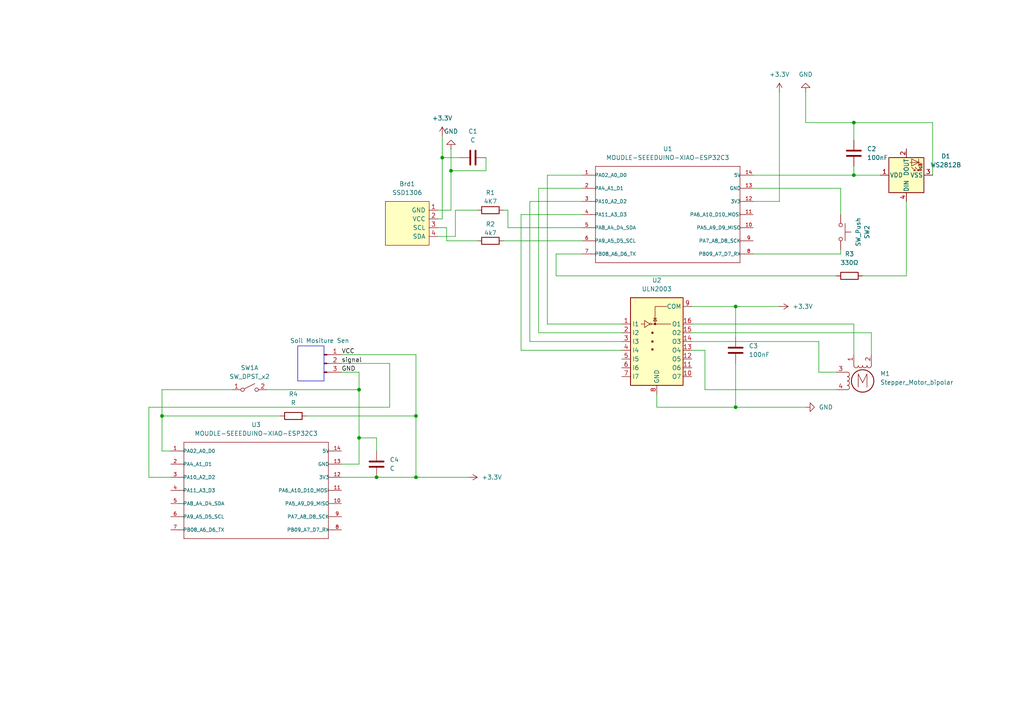
<source format=kicad_sch>
(kicad_sch (version 20231120) (generator "eeschema") (generator_version "8.0")
  (paper "A4")
  (title_block (title "Fiona") (date "02/05/2025") (rev "1"))
  (lib_symbols
    (symbol "Connector:Conn_01x03_Pin" (pin_names (offset 1.016) hide)
      (property "Reference" "J" (at 0 5.08 0))
      (property "Value" "Conn_01x03_Pin" (at 0 -5.08 0))
      (symbol "Conn_01x03_Pin_1_1"
        (polyline (pts (xy 1.27 -2.54) (xy 0.8636 -2.54)) (stroke (width 0.1524)))
        (polyline (pts (xy 1.27 0) (xy 0.8636 0)) (stroke (width 0.1524)))
        (polyline (pts (xy 1.27 2.54) (xy 0.8636 2.54)) (stroke (width 0.1524)))
        (rectangle (start 0.8636 -2.413) (end 0 -2.667) (stroke (width 0.1524)) (fill (type outline)))
        (rectangle (start 0.8636 0.127) (end 0 -0.127) (stroke (width 0.1524)) (fill (type outline)))
        (rectangle (start 0.8636 2.667) (end 0 2.413) (stroke (width 0.1524)) (fill (type outline)))
        (pin passive line (at 5.08 2.54 180) (length 3.81) (name "Pin_1") (number "1"))
        (pin passive line (at 5.08 0 180) (length 3.81) (name "Pin_2") (number "2"))
        (pin passive line (at 5.08 -2.54 180) (length 3.81) (name "Pin_3") (number "3"))
      )
    )
    (symbol "Device:C" (pin_numbers hide) (pin_names (offset 0.254))
      (property "Reference" "C" (at 0.635 2.54 0))
      (property "Value" "C" (at 0.635 -2.54 0))
      (symbol "C_0_1"
        (polyline (pts (xy -2.032 -0.762) (xy 2.032 -0.762)) (stroke (width 0.508)))
        (polyline (pts (xy -2.032 0.762) (xy 2.032 0.762)) (stroke (width 0.508)))
      )
      (symbol "C_1_1"
        (pin passive line (at 0 3.81 270) (length 2.794) (name "~") (number "1"))
        (pin passive line (at 0 -3.81 90) (length 2.794) (name "~") (number "2"))
      )
    )
    (symbol "Device:R" (pin_numbers hide) (pin_names (offset 0))
      (property "Reference" "R" (at 2.032 0 90))
      (property "Value" "R" (at 0 0 90))
      (symbol "R_0_1"
        (rectangle (start -1.016 -2.54) (end 1.016 2.54) (stroke (width 0.254)))
      )
      (symbol "R_1_1"
        (pin passive line (at 0 3.81 270) (length 1.27) (name "~") (number "1"))
        (pin passive line (at 0 -3.81 90) (length 1.27) (name "~") (number "2"))
      )
    )
    (symbol "LED:WS2812B" (pin_names (offset 0.254))
      (property "Reference" "D" (at 5.08 5.715 0))
      (property "Value" "WS2812B" (at 1.27 -5.715 0))
      (symbol "WS2812B_0_0"
        (text "RGB" (at 2.286 -4.191 0) (effects (font (size 0.762 0.762))))
      )
      (symbol "WS2812B_0_1"
        (polyline (pts (xy 1.27 -3.556) (xy 1.778 -3.556)))
        (polyline (pts (xy 1.27 -2.54) (xy 1.778 -2.54)))
        (polyline (pts (xy 4.699 -3.556) (xy 2.667 -3.556)))
        (polyline (pts (xy 2.286 -2.54) (xy 1.27 -3.556) (xy 1.27 -3.048)))
        (polyline (pts (xy 2.286 -1.524) (xy 1.27 -2.54) (xy 1.27 -2.032)))
        (polyline (pts (xy 3.683 -1.016) (xy 3.683 -3.556) (xy 3.683 -4.064)))
        (polyline (pts (xy 4.699 -1.524) (xy 2.667 -1.524) (xy 3.683 -3.556) (xy 4.699 -1.524)))
        (rectangle (start 5.08 5.08) (end -5.08 -5.08) (stroke (width 0.254)) (fill (type background)))
      )
      (symbol "WS2812B_1_1"
        (pin power_in line (at 0 7.62 270) (length 2.54) (name "VDD") (number "1"))
        (pin output line (at 7.62 0 180) (length 2.54) (name "DOUT") (number "2"))
        (pin power_in line (at 0 -7.62 90) (length 2.54) (name "VSS") (number "3"))
        (pin input line (at -7.62 0 0) (length 2.54) (name "DIN") (number "4"))
      )
    )
    (symbol "Motor:Stepper_Motor_bipolar" (pin_names (offset 0) hide)
      (property "Reference" "M" (at 3.81 2.54 0))
      (property "Value" "Stepper_Motor_bipolar" (at 3.81 1.27 0))
      (symbol "Stepper_Motor_bipolar_0_0"
        (polyline (pts (xy -1.27 -1.778) (xy -1.27 2.032) (xy 0 -0.508) (xy 1.27 2.032) (xy 1.27 -1.778)))
      )
      (symbol "Stepper_Motor_bipolar_0_1"
        (arc (start -4.445 -2.54) (mid -3.8127 -1.905) (end -4.445 -1.27))
        (arc (start -4.445 -1.27) (mid -3.8127 -0.635) (end -4.445 0))
        (arc (start -4.445 0) (mid -3.8127 0.635) (end -4.445 1.27))
        (arc (start -4.445 1.27) (mid -3.8127 1.905) (end -4.445 2.54))
        (arc (start -2.54 4.445) (mid -1.905 3.8127) (end -1.27 4.445))
        (arc (start -1.27 4.445) (mid -0.635 3.8127) (end 0 4.445))
        (polyline (pts (xy -5.08 -2.54) (xy -4.445 -2.54)))
        (polyline (pts (xy -5.08 2.54) (xy -4.445 2.54)))
        (polyline (pts (xy -2.54 5.08) (xy -2.54 4.445)))
        (polyline (pts (xy 2.54 5.08) (xy 2.54 4.445)))
        (circle (center 0 0) (radius 3.2512) (stroke (width 0.254)))
        (arc (start 0 4.445) (mid 0.635 3.8127) (end 1.27 4.445))
        (arc (start 1.27 4.445) (mid 1.905 3.8127) (end 2.54 4.445))
      )
      (symbol "Stepper_Motor_bipolar_1_1"
        (pin passive line (at -2.54 7.62 270) (length 2.54) (name "~") (number "1"))
        (pin passive line (at 2.54 7.62 270) (length 2.54) (name "-") (number "2"))
        (pin passive line (at -7.62 2.54 0) (length 2.54) (name "~") (number "3"))
        (pin passive line (at -7.62 -2.54 0) (length 2.54) (name "~") (number "4"))
      )
    )
    (symbol "SSD1306-128x64_OLED:SSD1306" (pin_names (offset 1.016))
      (property "Reference" "Brd" (at 0 -3.81 0))
      (property "Value" "SSD1306" (at 0 -1.27 0))
      (symbol "SSD1306_0_1"
        (rectangle (start -6.35 6.35) (end 6.35 -6.35) (fill (type background)))
      )
      (symbol "SSD1306_1_1"
        (pin input line (at -3.81 8.89 270) (length 2.54) (name "GND") (number "1"))
        (pin input line (at -1.27 8.89 270) (length 2.54) (name "VCC") (number "2"))
        (pin input line (at 1.27 8.89 270) (length 2.54) (name "SCL") (number "3"))
        (pin input line (at 3.81 8.89 270) (length 2.54) (name "SDA") (number "4"))
      )
    )
    (symbol "Switch:SW_DPST_x2" (pin_names (offset 0) hide)
      (property "Reference" "SW" (at 0 3.175 0))
      (property "Value" "SW_DPST_x2" (at 0 -2.54 0))
      (symbol "SW_DPST_x2_0_0"
        (circle (center -2.032 0) (radius 0.508))
        (polyline (pts (xy -1.524 0.254) (xy 1.524 1.778)))
        (circle (center 2.032 0) (radius 0.508))
      )
      (symbol "SW_DPST_x2_1_1"
        (pin passive line (at -5.08 0 0) (length 2.54) (name "A") (number "1"))
        (pin passive line (at 5.08 0 180) (length 2.54) (name "B") (number "2"))
      )
      (symbol "SW_DPST_x2_2_1"
        (pin passive line (at -5.08 0 0) (length 2.54) (name "A") (number "3"))
        (pin passive line (at 5.08 0 180) (length 2.54) (name "B") (number "4"))
      )
    )
    (symbol "Switch:SW_Push" (pin_numbers hide) (pin_names (offset 1.016) hide)
      (property "Reference" "SW" (at 1.27 2.54 0))
      (property "Value" "SW_Push" (at 0 -1.524 0))
      (symbol "SW_Push_0_1"
        (circle (center -2.032 0) (radius 0.508))
        (polyline (pts (xy 0 1.27) (xy 0 3.048)))
        (polyline (pts (xy 2.54 1.27) (xy -2.54 1.27)))
        (circle (center 2.032 0) (radius 0.508))
        (pin passive line (at -5.08 0 0) (length 2.54) (name "1") (number "1"))
        (pin passive line (at 5.08 0 180) (length 2.54) (name "2") (number "2"))
      )
    )
    (symbol "Transistor_Array:ULN2003"
      (property "Reference" "U" (at 0 15.875 0))
      (property "Value" "ULN2003" (at 0 13.97 0))
      (symbol "ULN2003_0_1"
        (rectangle (start -7.62 -12.7) (end 7.62 12.7) (stroke (width 0.254)) (fill (type background)))
        (circle (center -1.778 5.08) (radius 0.254))
        (circle (center -1.27 -2.286) (radius 0.254) (fill (type outline)))
        (circle (center -1.27 0) (radius 0.254) (fill (type outline)))
        (circle (center -1.27 2.54) (radius 0.254) (fill (type outline)))
        (circle (center -0.508 5.08) (radius 0.254) (fill (type outline)))
        (polyline (pts (xy -4.572 5.08) (xy -3.556 5.08)))
        (polyline (pts (xy -1.524 5.08) (xy 4.064 5.08)))
        (polyline (pts (xy 0 6.731) (xy -1.016 6.731)))
        (polyline (pts (xy -0.508 5.08) (xy -0.508 10.16) (xy 2.921 10.16)))
        (polyline (pts (xy -3.556 6.096) (xy -3.556 4.064) (xy -2.032 5.08) (xy -3.556 6.096)))
        (polyline (pts (xy 0 5.969) (xy -1.016 5.969) (xy -0.508 6.731) (xy 0 5.969)))
      )
      (symbol "ULN2003_1_1"
        (pin input line (at -10.16 5.08 0) (length 2.54) (name "I1") (number "1"))
        (pin open_collector line (at 10.16 -10.16 180) (length 2.54) (name "O7") (number "10"))
        (pin open_collector line (at 10.16 -7.62 180) (length 2.54) (name "O6") (number "11"))
        (pin open_collector line (at 10.16 -5.08 180) (length 2.54) (name "O5") (number "12"))
        (pin open_collector line (at 10.16 -2.54 180) (length 2.54) (name "O4") (number "13"))
        (pin open_collector line (at 10.16 0 180) (length 2.54) (name "O3") (number "14"))
        (pin open_collector line (at 10.16 2.54 180) (length 2.54) (name "O2") (number "15"))
        (pin open_collector line (at 10.16 5.08 180) (length 2.54) (name "O1") (number "16"))
        (pin input line (at -10.16 2.54 0) (length 2.54) (name "I2") (number "2"))
        (pin input line (at -10.16 0 0) (length 2.54) (name "I3") (number "3"))
        (pin input line (at -10.16 -2.54 0) (length 2.54) (name "I4") (number "4"))
        (pin input line (at -10.16 -5.08 0) (length 2.54) (name "I5") (number "5"))
        (pin input line (at -10.16 -7.62 0) (length 2.54) (name "I6") (number "6"))
        (pin input line (at -10.16 -10.16 0) (length 2.54) (name "I7") (number "7"))
        (pin power_in line (at 0 -15.24 90) (length 2.54) (name "GND") (number "8"))
        (pin passive line (at 10.16 10.16 180) (length 2.54) (name "COM") (number "9"))
      )
    )
    (symbol "XIAO_ESP32C3:MOUDLE-SEEEDUINO-XIAO-ESP32C3" (pin_names (offset 1.016))
      (property "Reference" "U" (at -21.59 15.24 0))
      (property "Value" "MOUDLE-SEEEDUINO-XIAO-ESP32C3" (at -21.59 13.97 0))
      (symbol "MOUDLE-SEEEDUINO-XIAO-ESP32C3_0_0"
        (polyline (pts (xy -21.59 -13.97) (xy -21.59 0)) (stroke (width 0.1524)))
        (polyline (pts (xy -21.59 -11.43) (xy -22.86 -11.43)) (stroke (width 0.1524)))
        (polyline (pts (xy -21.59 -7.62) (xy -22.86 -7.62)) (stroke (width 0.1524)))
        (polyline (pts (xy -21.59 -3.81) (xy -22.86 -3.81)) (stroke (width 0.1524)))
        (polyline (pts (xy -21.59 0) (xy -22.86 0)) (stroke (width 0.1524)))
        (polyline (pts (xy -21.59 0) (xy -21.59 3.81)) (stroke (width 0.1524)))
        (polyline (pts (xy -21.59 3.81) (xy -22.86 3.81)) (stroke (width 0.1524)))
        (polyline (pts (xy -21.59 3.81) (xy -21.59 7.62)) (stroke (width 0.1524)))
        (polyline (pts (xy -21.59 7.62) (xy -22.86 7.62)) (stroke (width 0.1524)))
        (polyline (pts (xy -21.59 7.62) (xy -21.59 11.43)) (stroke (width 0.1524)))
        (polyline (pts (xy -21.59 11.43) (xy -22.86 11.43)) (stroke (width 0.1524)))
        (polyline (pts (xy -21.59 11.43) (xy -21.59 13.97)) (stroke (width 0.1524)))
        (polyline (pts (xy -21.59 13.97) (xy 20.32 13.97)) (stroke (width 0.1524)))
        (polyline (pts (xy 20.32 -13.97) (xy -21.59 -13.97)) (stroke (width 0.1524)))
        (polyline (pts (xy 20.32 3.81) (xy 20.32 -13.97)) (stroke (width 0.1524)))
        (polyline (pts (xy 20.32 7.62) (xy 20.32 3.81)) (stroke (width 0.1524)))
        (polyline (pts (xy 20.32 11.43) (xy 20.32 7.62)) (stroke (width 0.1524)))
        (polyline (pts (xy 20.32 13.97) (xy 20.32 11.43)) (stroke (width 0.1524)))
        (polyline (pts (xy 21.59 -11.43) (xy 20.32 -11.43)) (stroke (width 0.1524)))
        (polyline (pts (xy 21.59 -7.62) (xy 20.32 -7.62)) (stroke (width 0.1524)))
        (polyline (pts (xy 21.59 -3.81) (xy 20.32 -3.81)) (stroke (width 0.1524)))
        (polyline (pts (xy 21.59 0) (xy 20.32 0)) (stroke (width 0.1524)))
        (polyline (pts (xy 21.59 3.81) (xy 20.32 3.81)) (stroke (width 0.1524)))
        (polyline (pts (xy 21.59 7.62) (xy 20.32 7.62)) (stroke (width 0.1524)))
        (polyline (pts (xy 21.59 11.43) (xy 20.32 11.43)) (stroke (width 0.1524)))
        (pin bidirectional line (at -25.4 11.43 0) (length 2.54) (name "PA02_A0_D0") (number "1"))
        (pin bidirectional line (at 24.13 -3.81 180) (length 2.54) (name "PA5_A9_D9_MISO") (number "10"))
        (pin bidirectional line (at 24.13 0 180) (length 2.54) (name "PA6_A10_D10_MOSI") (number "11"))
        (pin bidirectional line (at 24.13 3.81 180) (length 2.54) (name "3V3") (number "12"))
        (pin bidirectional line (at 24.13 7.62 180) (length 2.54) (name "GND") (number "13"))
        (pin bidirectional line (at 24.13 11.43 180) (length 2.54) (name "5V") (number "14"))
        (pin bidirectional line (at -25.4 7.62 0) (length 2.54) (name "PA4_A1_D1") (number "2"))
        (pin bidirectional line (at -25.4 3.81 0) (length 2.54) (name "PA10_A2_D2") (number "3"))
        (pin bidirectional line (at -25.4 0 0) (length 2.54) (name "PA11_A3_D3") (number "4"))
        (pin bidirectional line (at -25.4 -3.81 0) (length 2.54) (name "PA8_A4_D4_SDA") (number "5"))
        (pin bidirectional line (at -25.4 -7.62 0) (length 2.54) (name "PA9_A5_D5_SCL") (number "6"))
        (pin bidirectional line (at -25.4 -11.43 0) (length 2.54) (name "PB08_A6_D6_TX") (number "7"))
        (pin bidirectional line (at 24.13 -11.43 180) (length 2.54) (name "PB09_A7_D7_RX") (number "8"))
        (pin bidirectional line (at 24.13 -7.62 180) (length 2.54) (name "PA7_A8_D8_SCK") (number "9"))
      )
    )
    (symbol "power:+3.3V" (power) (pin_numbers hide) (pin_names (offset 0) hide)
      (property "Value" "+3.3V" (at 0 3.556 0))
      (symbol "+3.3V_0_1"
        (polyline (pts (xy -0.762 1.27) (xy 0 2.54)))
        (polyline (pts (xy 0 0) (xy 0 2.54)))
        (polyline (pts (xy 0 2.54) (xy 0.762 1.27)))
      )
      (symbol "+3.3V_1_1"
        (pin power_in line (at 0 0 90) (length 0) (name "~") (number "1"))
      )
    )
    (symbol "power:GND" (power) (pin_numbers hide) (pin_names (offset 0) hide)
      (property "Value" "GND" (at 0 -3.81 0))
      (symbol "GND_0_1"
        (polyline (pts (xy 0 0) (xy 0 -1.27) (xy 1.27 -1.27) (xy 0 -2.54) (xy -1.27 -1.27) (xy 0 -1.27)))
      )
      (symbol "GND_1_1"
        (pin power_in line (at 0 0 270) (length 0) (name "~") (number "1"))
      )
    )
  )
  (junction (at 104.14 127))
  (junction (at 247.65 50.8))
  (junction (at 109.22 138.43))
  (junction (at 128.27 45.72))
  (junction (at 46.99 120.65))
  (junction (at 104.14 113.03))
  (junction (at 213.36 118.11))
  (junction (at 247.65 35.56))
  (junction (at 120.65 120.65))
  (junction (at 213.36 88.9))
  (junction (at 120.65 138.43))
  (junction (at 130.81 49.53))
  (wire (pts (xy 213.36 105.41) (xy 213.36 118.11)))
  (wire (pts (xy 151.13 62.23) (xy 168.91 62.23)))
  (wire (pts (xy 129.54 66.04) (xy 127 66.04)))
  (wire (pts (xy 99.06 138.43) (xy 109.22 138.43)))
  (wire (pts (xy 104.14 107.95) (xy 104.14 113.03)))
  (wire (pts (xy 213.36 97.79) (xy 213.36 88.9)))
  (wire (pts (xy 243.84 62.23) (xy 243.84 54.61)))
  (wire (pts (xy 104.14 127) (xy 104.14 134.62)))
  (wire (pts (xy 104.14 113.03) (xy 104.14 127)))
  (wire (pts (xy 200.66 88.9) (xy 213.36 88.9)))
  (wire (pts (xy 156.21 96.52) (xy 180.34 96.52)))
  (wire (pts (xy 161.29 73.66) (xy 168.91 73.66)))
  (wire (pts (xy 146.05 69.85) (xy 168.91 69.85)))
  (wire (pts (xy 43.18 118.11) (xy 113.03 118.11)))
  (wire (pts (xy 88.9 120.65) (xy 120.65 120.65)))
  (wire (pts (xy 200.66 96.52) (xy 252.73 96.52)))
  (wire (pts (xy 200.66 101.6) (xy 204.47 101.6)))
  (wire (pts (xy 218.44 54.61) (xy 243.84 54.61)))
  (wire (pts (xy 132.08 68.58) (xy 127 68.58)))
  (wire (pts (xy 252.73 96.52) (xy 252.73 102.87)))
  (wire (pts (xy 190.5 114.3) (xy 190.5 118.11)))
  (wire (pts (xy 156.21 54.61) (xy 156.21 96.52)))
  (wire (pts (xy 218.44 50.8) (xy 247.65 50.8)))
  (wire (pts (xy 43.18 118.11) (xy 43.18 138.43)))
  (wire (pts (xy 46.99 130.81) (xy 49.53 130.81)))
  (wire (pts (xy 128.27 39.37) (xy 128.27 45.72)))
  (wire (pts (xy 46.99 113.03) (xy 67.31 113.03)))
  (wire (pts (xy 153.67 99.06) (xy 180.34 99.06)))
  (wire (pts (xy 168.91 50.8) (xy 158.75 50.8)))
  (wire (pts (xy 218.44 73.66) (xy 243.84 73.66)))
  (wire (pts (xy 140.97 45.72) (xy 140.97 49.53)))
  (wire (pts (xy 138.43 60.96) (xy 132.08 60.96)))
  (wire (pts (xy 151.13 101.6) (xy 180.34 101.6)))
  (wire (pts (xy 226.06 26.67) (xy 226.06 58.42)))
  (wire (pts (xy 46.99 120.65) (xy 81.28 120.65)))
  (wire (pts (xy 109.22 138.43) (xy 120.65 138.43)))
  (wire (pts (xy 270.51 35.56) (xy 247.65 35.56)))
  (wire (pts (xy 270.51 50.8) (xy 270.51 35.56)))
  (wire (pts (xy 43.18 138.43) (xy 49.53 138.43)))
  (wire (pts (xy 109.22 127) (xy 104.14 127)))
  (wire (pts (xy 130.81 49.53) (xy 130.81 60.96)))
  (wire (pts (xy 168.91 58.42) (xy 153.67 58.42)))
  (wire (pts (xy 128.27 45.72) (xy 128.27 63.5)))
  (wire (pts (xy 109.22 130.81) (xy 109.22 127)))
  (wire (pts (xy 218.44 58.42) (xy 226.06 58.42)))
  (wire (pts (xy 130.81 43.18) (xy 130.81 49.53)))
  (wire (pts (xy 161.29 73.66) (xy 161.29 80.01)))
  (wire (pts (xy 129.54 69.85) (xy 138.43 69.85)))
  (wire (pts (xy 247.65 35.56) (xy 247.65 40.64)))
  (wire (pts (xy 237.49 107.95) (xy 242.57 107.95)))
  (wire (pts (xy 158.75 50.8) (xy 158.75 93.98)))
  (wire (pts (xy 77.47 113.03) (xy 104.14 113.03)))
  (wire (pts (xy 128.27 45.72) (xy 133.35 45.72)))
  (wire (pts (xy 204.47 113.03) (xy 242.57 113.03)))
  (wire (pts (xy 128.27 63.5) (xy 127 63.5)))
  (wire (pts (xy 151.13 62.23) (xy 151.13 101.6)))
  (wire (pts (xy 46.99 120.65) (xy 46.99 130.81)))
  (wire (pts (xy 200.66 99.06) (xy 237.49 99.06)))
  (wire (pts (xy 158.75 93.98) (xy 180.34 93.98)))
  (wire (pts (xy 161.29 80.01) (xy 242.57 80.01)))
  (wire (pts (xy 147.32 60.96) (xy 147.32 66.04)))
  (wire (pts (xy 233.68 35.56) (xy 233.68 26.67)))
  (wire (pts (xy 262.89 80.01) (xy 262.89 58.42)))
  (wire (pts (xy 237.49 99.06) (xy 237.49 107.95)))
  (wire (pts (xy 247.65 48.26) (xy 247.65 50.8)))
  (wire (pts (xy 120.65 138.43) (xy 135.89 138.43)))
  (wire (pts (xy 132.08 60.96) (xy 132.08 68.58)))
  (wire (pts (xy 146.05 60.96) (xy 147.32 60.96)))
  (wire (pts (xy 213.36 88.9) (xy 226.06 88.9)))
  (wire (pts (xy 153.67 58.42) (xy 153.67 99.06)))
  (wire (pts (xy 204.47 101.6) (xy 204.47 113.03)))
  (wire (pts (xy 129.54 66.04) (xy 129.54 69.85)))
  (wire (pts (xy 140.97 49.53) (xy 130.81 49.53)))
  (wire (pts (xy 46.99 113.03) (xy 46.99 120.65)))
  (wire (pts (xy 255.27 50.8) (xy 247.65 50.8)))
  (wire (pts (xy 250.19 80.01) (xy 262.89 80.01)))
  (wire (pts (xy 213.36 118.11) (xy 233.68 118.11)))
  (wire (pts (xy 243.84 73.66) (xy 243.84 72.39)))
  (wire (pts (xy 147.32 66.04) (xy 168.91 66.04)))
  (wire (pts (xy 247.65 93.98) (xy 247.65 102.87)))
  (wire (pts (xy 120.65 120.65) (xy 120.65 138.43)))
  (wire (pts (xy 99.06 134.62) (xy 104.14 134.62)))
  (wire (pts (xy 247.65 35.56) (xy 233.68 35.56)))
  (wire (pts (xy 120.65 102.87) (xy 120.65 120.65)))
  (wire (pts (xy 99.06 105.41) (xy 113.03 105.41)))
  (wire (pts (xy 200.66 93.98) (xy 247.65 93.98)))
  (wire (pts (xy 104.14 107.95) (xy 99.06 107.95)))
  (wire (pts (xy 113.03 105.41) (xy 113.03 118.11)))
  (wire (pts (xy 168.91 54.61) (xy 156.21 54.61)))
  (wire (pts (xy 99.06 102.87) (xy 120.65 102.87)))
  (wire (pts (xy 127 60.96) (xy 130.81 60.96)))
  (wire (pts (xy 190.5 118.11) (xy 213.36 118.11)))
  (rectangle (start 86.36 100.33) (end 93.98 110.49))
  (label "GND" (at 99.06 107.95 0))
  (label "signal" (at 99.06 105.41 0))
  (label "VCC" (at 99.06 102.87 0))
  (symbol (lib_id "Connector:Conn_01x03_Pin") (at 93.98 105.41 0) (unit 1)
    (property "Reference" "J1" (effects (hide yes)))
    (property "Value" "Soil Mositure Sen" (at 92.71 98.806 0))
    (property "Footprint" "Connector_PinHeader_2.54mm:PinHeader_1x03_P2.54mm_Vertical_SMD_Pin1Right" (effects (hide yes)))
    (property "Description" "Generic connector, single row, 01x03, script generated" (effects (hide yes)))
  )
  (symbol (lib_id "Device:R") (at 246.38 80.01 90) (unit 1)
    (property "Reference" "R3" (at 246.38 73.66 90))
    (property "Value" "330Ω" (at 246.38 76.2 90))
    (property "Footprint" "Resistor_SMD:R_0815_2038Metric_Pad1.20x4.05mm_HandSolder" (effects (hide yes)))
    (property "Description" "Resistor" (effects (hide yes)))
  )
  (symbol (lib_id "Device:C") (at 137.16 45.72 90) (unit 1)
    (property "Reference" "C1" (at 137.16 38.1 90))
    (property "Value" "C" (at 137.16 40.64 90))
    (property "Footprint" "Capacitor_SMD:C_0805_2012Metric_Pad1.18x1.45mm_HandSolder" (effects (hide yes)))
    (property "Description" "Unpolarized capacitor" (effects (hide yes)))
  )
  (symbol (lib_id "Device:R") (at 142.24 60.96 90) (unit 1)
    (property "Reference" "R1" (at 142.24 55.88 90))
    (property "Value" "4K7" (at 142.24 58.42 90))
    (property "Footprint" "Resistor_SMD:R_0815_2038Metric_Pad1.20x4.05mm_HandSolder" (effects (hide yes)))
    (property "Description" "Resistor" (effects (hide yes)))
  )
  (symbol (lib_id "Device:R") (at 142.24 69.85 90) (unit 1)
    (property "Reference" "R2" (at 142.24 65.024 90))
    (property "Value" "4k7" (at 142.24 67.564 90))
    (property "Footprint" "Resistor_SMD:R_0815_2038Metric_Pad1.20x4.05mm_HandSolder" (effects (hide yes)))
    (property "Description" "Resistor" (effects (hide yes)))
  )
  (symbol (lib_id "power:GND") (at 233.68 26.67 180) (unit 1)
    (property "Reference" "#PWR02" (effects (hide yes)))
    (property "Value" "GND" (at 233.68 21.59 0))
    (property "Description" "Power symbol creates a global label with name \"GND\" , ground" (effects (hide yes)))
  )
  (symbol (lib_id "LED:WS2812B") (at 262.89 50.8 90) (unit 1)
    (property "Reference" "D1" (at 274.32 45.3038 90))
    (property "Value" "WS2812B" (at 274.32 47.8438 90))
    (property "Footprint" "LED_SMD:LED_WS2812B_PLCC4_5.0x5.0mm_P3.2mm" (effects (hide yes)))
    (property "Datasheet" "https://cdn-shop.adafruit.com/datasheets/WS2812B.pdf" (effects (hide yes)))
    (property "Description" "RGB LED with integrated controller" (effects (hide yes)))
  )
  (symbol (lib_id "Motor:Stepper_Motor_bipolar") (at 250.19 110.49 0) (unit 1)
    (property "Reference" "M1" (at 255.27 108.369 0) (effects (justify left)))
    (property "Value" "Stepper_Motor_bipolar" (at 255.27 110.909 0) (effects (justify left)))
    (property "Footprint" "Connector_PinHeader_1.27mm:PinHeader_1x27_P1.27mm_Horizontal" (effects (hide yes)))
    (property "Datasheet" "http://www.infineon.com/dgdl/Application-Note-TLE8110EE_driving_UniPolarStepperMotor_V1.1.pdf?fileId=db3a30431be39b97011be5d0aa0a00b0" (effects (hide yes)))
    (property "Description" "4-wire bipolar stepper motor" (effects (hide yes)))
  )
  (symbol (lib_id "power:+3.3V") (at 135.89 138.43 270) (unit 1)
    (property "Reference" "#PWR05" (effects (hide yes)))
    (property "Value" "+3.3V" (at 139.7 138.4299 90) (effects (justify left)))
    (property "Description" "Power symbol creates a global label with name \"+3.3V\"" (effects (hide yes)))
  )
  (symbol (lib_id "power:GND") (at 130.81 43.18 180) (unit 1)
    (property "Reference" "#PWR04" (effects (hide yes)))
    (property "Value" "GND" (at 130.81 38.1 0))
    (property "Description" "Power symbol creates a global label with name \"GND\" , ground" (effects (hide yes)))
  )
  (symbol (lib_id "Switch:SW_Push") (at 243.84 67.31 270) (unit 1)
    (property "Reference" "SW2" (at 251.46 67.31 0))
    (property "Value" "SW_Push" (at 248.92 67.31 0))
    (property "Footprint" "Button_Switch_SMD:SW_Push_1TS009xxxx-xxxx-xxxx_6x6x5mm" (effects (hide yes)))
    (property "Description" "Push button switch, generic, two pins" (effects (hide yes)))
  )
  (symbol (lib_id "XIAO_ESP32C3:MOUDLE-SEEEDUINO-XIAO-ESP32C3") (at 74.93 142.24 0) (unit 1)
    (property "Reference" "U3" (at 74.295 123.19 0))
    (property "Value" "MOUDLE-SEEEDUINO-XIAO-ESP32C3" (at 74.295 125.73 0))
    (property "Footprint" "xiao ESP32C3_PCB:MOUDLE14P-SMD-2.54-21X17.8MM" (effects (hide yes)))
  )
  (symbol (lib_id "power:+3.3V") (at 226.06 88.9 270) (unit 1)
    (property "Reference" "#PWR07" (effects (hide yes)))
    (property "Value" "+3.3V" (at 229.87 88.8999 90) (effects (justify left)))
    (property "Description" "Power symbol creates a global label with name \"+3.3V\"" (effects (hide yes)))
  )
  (symbol (lib_id "power:+3.3V") (at 128.27 39.37 0) (unit 1)
    (property "Reference" "#PWR03" (effects (hide yes)))
    (property "Value" "+3.3V" (at 128.27 34.29 0))
    (property "Description" "Power symbol creates a global label with name \"+3.3V\"" (effects (hide yes)))
  )
  (symbol (lib_id "Device:C") (at 247.65 44.45 0) (unit 1)
    (property "Reference" "C2" (at 251.46 43.1799 0) (effects (justify left)))
    (property "Value" "100nF" (at 251.46 45.7199 0) (effects (justify left)))
    (property "Footprint" "Capacitor_SMD:C_0805_2012Metric_Pad1.18x1.45mm_HandSolder" (effects (hide yes)))
    (property "Description" "Unpolarized capacitor" (effects (hide yes)))
  )
  (symbol (lib_id "Switch:SW_DPST_x2") (at 72.39 113.03 0) (unit 1)
    (property "Reference" "SW1" (at 72.39 106.68 0))
    (property "Value" "SW_DPST_x2" (at 72.39 109.22 0))
    (property "Description" "Single Pole Single Throw (SPST) switch, separate symbol" (effects (hide yes)))
  )
  (symbol (lib_id "XIAO_ESP32C3:MOUDLE-SEEEDUINO-XIAO-ESP32C3") (at 194.31 62.23 0) (unit 1)
    (property "Reference" "U1" (at 193.675 43.18 0))
    (property "Value" "MOUDLE-SEEEDUINO-XIAO-ESP32C3" (at 193.675 45.72 0))
    (property "Footprint" "xiao ESP32C3_PCB:MOUDLE14P-SMD-2.54-21X17.8MM" (effects (hide yes)))
  )
  (symbol (lib_id "power:GND") (at 233.68 118.11 90) (unit 1)
    (property "Reference" "#PWR06" (effects (hide yes)))
    (property "Value" "GND" (at 237.49 118.1099 90) (effects (justify right)))
    (property "Description" "Power symbol creates a global label with name \"GND\" , ground" (effects (hide yes)))
  )
  (symbol (lib_id "Device:R") (at 85.09 120.65 90) (unit 1)
    (property "Reference" "R4" (at 85.09 114.3 90))
    (property "Value" "R" (at 85.09 116.84 90))
    (property "Footprint" "Resistor_SMD:R_0815_2038Metric_Pad1.20x4.05mm_HandSolder" (effects (hide yes)))
    (property "Description" "Resistor" (effects (hide yes)))
  )
  (symbol (lib_id "Device:C") (at 109.22 134.62 0) (unit 1)
    (property "Reference" "C4" (at 113.03 133.3499 0) (effects (justify left)))
    (property "Value" "C" (at 113.03 135.8899 0) (effects (justify left)))
    (property "Footprint" "Capacitor_SMD:C_0805_2012Metric_Pad1.18x1.45mm_HandSolder" (effects (hide yes)))
    (property "Description" "Unpolarized capacitor" (effects (hide yes)))
  )
  (symbol (lib_id "Transistor_Array:ULN2003") (at 190.5 99.06 0) (unit 1)
    (property "Reference" "U2" (at 190.5 81.28 0))
    (property "Value" "ULN2003" (at 190.5 83.82 0))
    (property "Footprint" "Button_Switch_SMD:SW_Push_1P1T_XKB_TS-1187A" (effects (hide yes)))
    (property "Datasheet" "http://www.ti.com/lit/ds/symlink/uln2003a.pdf" (effects (hide yes)))
    (property "Description" "High Voltage, High Current Darlington Transistor Arrays, SOIC16/SOIC16W/DIP16/TSSOP16" (effects (hide yes)))
  )
  (symbol (lib_id "power:+3.3V") (at 226.06 26.67 0) (unit 1)
    (property "Reference" "#PWR01" (effects (hide yes)))
    (property "Value" "+3.3V" (at 226.06 21.59 0))
    (property "Description" "Power symbol creates a global label with name \"+3.3V\"" (effects (hide yes)))
  )
  (symbol (lib_id "SSD1306-128x64_OLED:SSD1306") (at 118.11 64.77 270) (unit 1)
    (property "Reference" "Brd1" (at 118.11 53.34 90))
    (property "Value" "SSD1306" (at 118.11 55.88 90))
    (property "Footprint" "SSD1306:128x64OLED" (effects (hide yes)))
    (property "Description" "SSD1306 OLED" (effects (hide yes)))
  )
  (symbol (lib_id "Device:C") (at 213.36 101.6 0) (unit 1)
    (property "Reference" "C3" (at 217.17 100.3299 0) (effects (justify left)))
    (property "Value" "100nF" (at 217.17 102.8699 0) (effects (justify left)))
    (property "Footprint" "Capacitor_SMD:C_0805_2012Metric_Pad1.18x1.45mm_HandSolder" (effects (hide yes)))
    (property "Description" "Unpolarized capacitor" (effects (hide yes)))
  )
)
</source>
